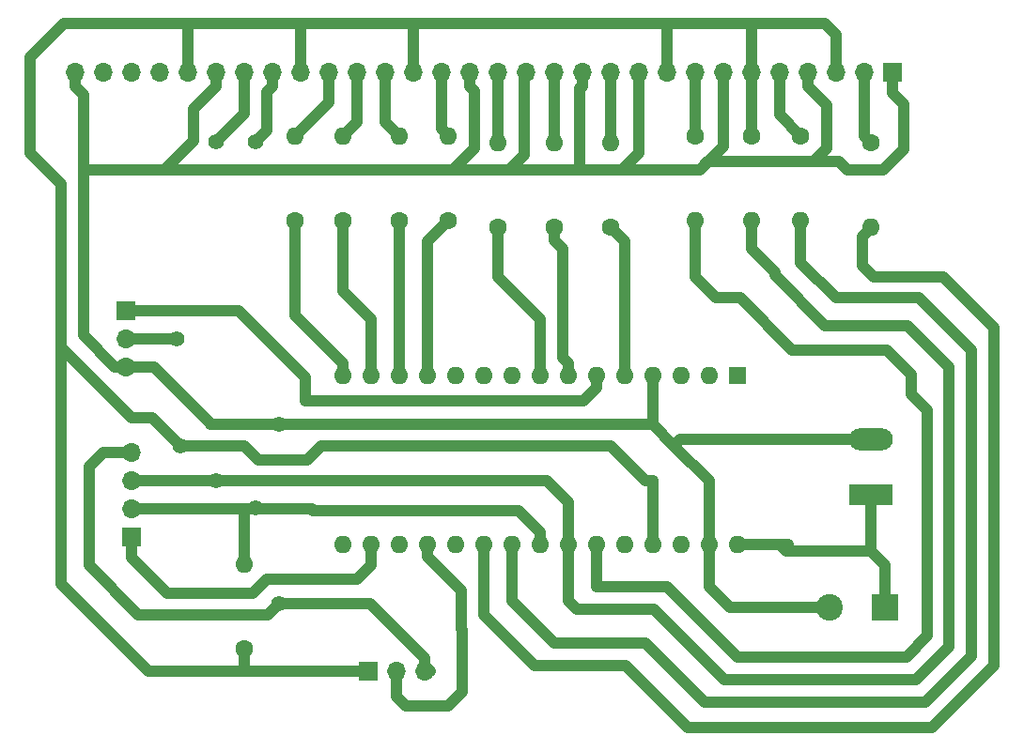
<source format=gbr>
G04 #@! TF.GenerationSoftware,KiCad,Pcbnew,(5.0.1)-3*
G04 #@! TF.CreationDate,2020-04-03T17:54:04+03:00*
G04 #@! TF.ProjectId,respirator-control,72657370697261746F722D636F6E7472,rev?*
G04 #@! TF.SameCoordinates,Original*
G04 #@! TF.FileFunction,Copper,L1,Top,Signal*
G04 #@! TF.FilePolarity,Positive*
%FSLAX46Y46*%
G04 Gerber Fmt 4.6, Leading zero omitted, Abs format (unit mm)*
G04 Created by KiCad (PCBNEW (5.0.1)-3) date 4/3/2020 5:54:04 PM*
%MOMM*%
%LPD*%
G01*
G04 APERTURE LIST*
G04 #@! TA.AperFunction,ComponentPad*
%ADD10R,3.960000X1.980000*%
G04 #@! TD*
G04 #@! TA.AperFunction,ComponentPad*
%ADD11O,3.960000X1.980000*%
G04 #@! TD*
G04 #@! TA.AperFunction,ComponentPad*
%ADD12R,1.600000X1.600000*%
G04 #@! TD*
G04 #@! TA.AperFunction,ComponentPad*
%ADD13O,1.600000X1.600000*%
G04 #@! TD*
G04 #@! TA.AperFunction,ComponentPad*
%ADD14R,2.400000X2.400000*%
G04 #@! TD*
G04 #@! TA.AperFunction,ComponentPad*
%ADD15C,2.400000*%
G04 #@! TD*
G04 #@! TA.AperFunction,ComponentPad*
%ADD16O,1.700000X1.700000*%
G04 #@! TD*
G04 #@! TA.AperFunction,ComponentPad*
%ADD17R,1.700000X1.700000*%
G04 #@! TD*
G04 #@! TA.AperFunction,ComponentPad*
%ADD18C,1.600000*%
G04 #@! TD*
G04 #@! TA.AperFunction,ViaPad*
%ADD19C,1.400000*%
G04 #@! TD*
G04 #@! TA.AperFunction,Conductor*
%ADD20C,1.016000*%
G04 #@! TD*
G04 APERTURE END LIST*
D10*
G04 #@! TO.P,J1,1*
G04 #@! TO.N,Net-(A1-Pad30)*
X140335000Y-100965000D03*
D11*
G04 #@! TO.P,J1,2*
G04 #@! TO.N,GND*
X140335000Y-95965000D03*
G04 #@! TD*
D12*
G04 #@! TO.P,A1,1*
G04 #@! TO.N,Net-(A1-Pad1)*
X128270000Y-90170000D03*
D13*
G04 #@! TO.P,A1,17*
G04 #@! TO.N,+3V3*
X95250000Y-105410000D03*
G04 #@! TO.P,A1,2*
G04 #@! TO.N,Net-(A1-Pad2)*
X125730000Y-90170000D03*
G04 #@! TO.P,A1,18*
G04 #@! TO.N,Net-(A1-Pad18)*
X97790000Y-105410000D03*
G04 #@! TO.P,A1,3*
G04 #@! TO.N,Net-(A1-Pad3)*
X123190000Y-90170000D03*
G04 #@! TO.P,A1,19*
G04 #@! TO.N,/MOTOR_FB*
X100330000Y-105410000D03*
G04 #@! TO.P,A1,4*
G04 #@! TO.N,GND*
X120650000Y-90170000D03*
G04 #@! TO.P,A1,20*
G04 #@! TO.N,/ISENSE*
X102870000Y-105410000D03*
G04 #@! TO.P,A1,5*
G04 #@! TO.N,Net-(A1-Pad5)*
X118110000Y-90170000D03*
G04 #@! TO.P,A1,21*
G04 #@! TO.N,Net-(A1-Pad21)*
X105410000Y-105410000D03*
G04 #@! TO.P,A1,6*
G04 #@! TO.N,/MOTOR_PWM*
X115570000Y-90170000D03*
G04 #@! TO.P,A1,22*
G04 #@! TO.N,Net-(A1-Pad22)*
X107950000Y-105410000D03*
G04 #@! TO.P,A1,7*
G04 #@! TO.N,Net-(A1-Pad7)*
X113030000Y-90170000D03*
G04 #@! TO.P,A1,23*
G04 #@! TO.N,/SDA*
X110490000Y-105410000D03*
G04 #@! TO.P,A1,8*
G04 #@! TO.N,Net-(A1-Pad8)*
X110490000Y-90170000D03*
G04 #@! TO.P,A1,24*
G04 #@! TO.N,/SCL*
X113030000Y-105410000D03*
G04 #@! TO.P,A1,9*
G04 #@! TO.N,Net-(A1-Pad9)*
X107950000Y-90170000D03*
G04 #@! TO.P,A1,25*
G04 #@! TO.N,Net-(A1-Pad25)*
X115570000Y-105410000D03*
G04 #@! TO.P,A1,10*
G04 #@! TO.N,Net-(A1-Pad10)*
X105410000Y-90170000D03*
G04 #@! TO.P,A1,26*
G04 #@! TO.N,Net-(A1-Pad26)*
X118110000Y-105410000D03*
G04 #@! TO.P,A1,11*
G04 #@! TO.N,Net-(A1-Pad11)*
X102870000Y-90170000D03*
G04 #@! TO.P,A1,27*
G04 #@! TO.N,+5V*
X120650000Y-105410000D03*
G04 #@! TO.P,A1,12*
G04 #@! TO.N,Net-(A1-Pad12)*
X100330000Y-90170000D03*
G04 #@! TO.P,A1,28*
G04 #@! TO.N,Net-(A1-Pad28)*
X123190000Y-105410000D03*
G04 #@! TO.P,A1,13*
G04 #@! TO.N,Net-(A1-Pad13)*
X97790000Y-90170000D03*
G04 #@! TO.P,A1,29*
G04 #@! TO.N,GND*
X125730000Y-105410000D03*
G04 #@! TO.P,A1,14*
G04 #@! TO.N,Net-(A1-Pad14)*
X95250000Y-90170000D03*
G04 #@! TO.P,A1,30*
G04 #@! TO.N,Net-(A1-Pad30)*
X128270000Y-105410000D03*
G04 #@! TO.P,A1,15*
G04 #@! TO.N,Net-(A1-Pad15)*
X92710000Y-90170000D03*
G04 #@! TO.P,A1,16*
G04 #@! TO.N,Net-(A1-Pad16)*
X92710000Y-105410000D03*
G04 #@! TD*
D14*
G04 #@! TO.P,C1,1*
G04 #@! TO.N,Net-(A1-Pad30)*
X141605000Y-111125000D03*
D15*
G04 #@! TO.P,C1,2*
G04 #@! TO.N,GND*
X136605000Y-111125000D03*
G04 #@! TD*
D16*
G04 #@! TO.P,J3,3*
G04 #@! TO.N,GND*
X100076000Y-116840000D03*
G04 #@! TO.P,J3,2*
G04 #@! TO.N,/MOTOR_FB*
X97536000Y-116840000D03*
D17*
G04 #@! TO.P,J3,1*
G04 #@! TO.N,+5V*
X94996000Y-116840000D03*
G04 #@! TD*
G04 #@! TO.P,J4,1*
G04 #@! TO.N,/MOTOR_PWM*
X73152000Y-84328000D03*
D16*
G04 #@! TO.P,J4,2*
G04 #@! TO.N,+5V*
X73152000Y-86868000D03*
G04 #@! TO.P,J4,3*
G04 #@! TO.N,GND*
X73152000Y-89408000D03*
G04 #@! TD*
D17*
G04 #@! TO.P,J5,1*
G04 #@! TO.N,+3V3*
X73660000Y-104775000D03*
D16*
G04 #@! TO.P,J5,2*
G04 #@! TO.N,/SDA*
X73660000Y-102235000D03*
G04 #@! TO.P,J5,3*
G04 #@! TO.N,/SCL*
X73660000Y-99695000D03*
G04 #@! TO.P,J5,4*
G04 #@! TO.N,GND*
X73660000Y-97155000D03*
G04 #@! TD*
D17*
G04 #@! TO.P,J6,1*
G04 #@! TO.N,GND*
X142240000Y-62865000D03*
D16*
G04 #@! TO.P,J6,2*
G04 #@! TO.N,/CT1*
X139700000Y-62865000D03*
G04 #@! TO.P,J6,3*
G04 #@! TO.N,+5V*
X137160000Y-62865000D03*
G04 #@! TO.P,J6,4*
G04 #@! TO.N,GND*
X134620000Y-62865000D03*
G04 #@! TO.P,J6,5*
G04 #@! TO.N,/CT2*
X132080000Y-62865000D03*
G04 #@! TO.P,J6,6*
G04 #@! TO.N,+5V*
X129540000Y-62865000D03*
G04 #@! TO.P,J6,7*
G04 #@! TO.N,GND*
X127000000Y-62865000D03*
G04 #@! TO.P,J6,8*
G04 #@! TO.N,/CT3*
X124460000Y-62865000D03*
G04 #@! TO.P,J6,9*
G04 #@! TO.N,+5V*
X121920000Y-62865000D03*
G04 #@! TO.P,J6,10*
G04 #@! TO.N,GND*
X119380000Y-62865000D03*
G04 #@! TO.P,J6,11*
G04 #@! TO.N,/SW1*
X116840000Y-62865000D03*
G04 #@! TO.P,J6,12*
G04 #@! TO.N,GND*
X114300000Y-62865000D03*
G04 #@! TO.P,J6,13*
G04 #@! TO.N,/SW2*
X111760000Y-62865000D03*
G04 #@! TO.P,J6,14*
G04 #@! TO.N,GND*
X109220000Y-62865000D03*
G04 #@! TO.P,J6,15*
G04 #@! TO.N,/SW3*
X106680000Y-62865000D03*
G04 #@! TO.P,J6,16*
G04 #@! TO.N,GND*
X104140000Y-62865000D03*
G04 #@! TO.P,J6,17*
G04 #@! TO.N,/LED1*
X101600000Y-62865000D03*
G04 #@! TO.P,J6,18*
G04 #@! TO.N,+5V*
X99060000Y-62865000D03*
G04 #@! TO.P,J6,19*
G04 #@! TO.N,/LED2_R*
X96520000Y-62865000D03*
G04 #@! TO.P,J6,20*
G04 #@! TO.N,/LED2_G*
X93980000Y-62865000D03*
G04 #@! TO.P,J6,21*
G04 #@! TO.N,/LED2_B*
X91440000Y-62865000D03*
G04 #@! TO.P,J6,22*
G04 #@! TO.N,+5V*
X88900000Y-62865000D03*
G04 #@! TO.P,J6,23*
G04 #@! TO.N,/SDA*
X86360000Y-62865000D03*
G04 #@! TO.P,J6,24*
G04 #@! TO.N,/SCL*
X83820000Y-62865000D03*
G04 #@! TO.P,J6,25*
G04 #@! TO.N,GND*
X81280000Y-62865000D03*
G04 #@! TO.P,J6,26*
G04 #@! TO.N,+5V*
X78740000Y-62865000D03*
G04 #@! TO.P,J6,27*
G04 #@! TO.N,Net-(J6-Pad27)*
X76200000Y-62865000D03*
G04 #@! TO.P,J6,28*
G04 #@! TO.N,Net-(J6-Pad28)*
X73660000Y-62865000D03*
G04 #@! TO.P,J6,29*
G04 #@! TO.N,Net-(J6-Pad29)*
X71120000Y-62865000D03*
G04 #@! TO.P,J6,30*
G04 #@! TO.N,GND*
X68580000Y-62865000D03*
G04 #@! TD*
D18*
G04 #@! TO.P,R1,1*
G04 #@! TO.N,+5V*
X83820000Y-114808000D03*
D13*
G04 #@! TO.P,R1,2*
G04 #@! TO.N,/SDA*
X83820000Y-107188000D03*
G04 #@! TD*
D18*
G04 #@! TO.P,R2,1*
G04 #@! TO.N,Net-(A1-Pad12)*
X102235000Y-76200000D03*
D13*
G04 #@! TO.P,R2,2*
G04 #@! TO.N,/LED1*
X102235000Y-68580000D03*
G04 #@! TD*
G04 #@! TO.P,R3,2*
G04 #@! TO.N,/LED2_R*
X97790000Y-68580000D03*
D18*
G04 #@! TO.P,R3,1*
G04 #@! TO.N,Net-(A1-Pad13)*
X97790000Y-76200000D03*
G04 #@! TD*
G04 #@! TO.P,R4,1*
G04 #@! TO.N,Net-(A1-Pad14)*
X92710000Y-76200000D03*
D13*
G04 #@! TO.P,R4,2*
G04 #@! TO.N,/LED2_G*
X92710000Y-68580000D03*
G04 #@! TD*
G04 #@! TO.P,R5,2*
G04 #@! TO.N,/LED2_B*
X88392000Y-68580000D03*
D18*
G04 #@! TO.P,R5,1*
G04 #@! TO.N,Net-(A1-Pad15)*
X88392000Y-76200000D03*
G04 #@! TD*
D13*
G04 #@! TO.P,R6,2*
G04 #@! TO.N,/SCL*
X129540000Y-76200000D03*
D18*
G04 #@! TO.P,R6,1*
G04 #@! TO.N,+5V*
X129540000Y-68580000D03*
G04 #@! TD*
G04 #@! TO.P,R7,1*
G04 #@! TO.N,Net-(A1-Pad5)*
X116840000Y-76835000D03*
D13*
G04 #@! TO.P,R7,2*
G04 #@! TO.N,/SW1*
X116840000Y-69215000D03*
G04 #@! TD*
D18*
G04 #@! TO.P,R9,1*
G04 #@! TO.N,Net-(A1-Pad7)*
X111760000Y-76835000D03*
D13*
G04 #@! TO.P,R9,2*
G04 #@! TO.N,/SW2*
X111760000Y-69215000D03*
G04 #@! TD*
G04 #@! TO.P,R10,2*
G04 #@! TO.N,/SW3*
X106680000Y-69215000D03*
D18*
G04 #@! TO.P,R10,1*
G04 #@! TO.N,Net-(A1-Pad8)*
X106680000Y-76835000D03*
G04 #@! TD*
G04 #@! TO.P,R11,1*
G04 #@! TO.N,/CT1*
X140335000Y-69215000D03*
D13*
G04 #@! TO.P,R11,2*
G04 #@! TO.N,Net-(A1-Pad21)*
X140335000Y-76835000D03*
G04 #@! TD*
G04 #@! TO.P,R12,2*
G04 #@! TO.N,Net-(A1-Pad22)*
X133985000Y-76200000D03*
D18*
G04 #@! TO.P,R12,1*
G04 #@! TO.N,/CT2*
X133985000Y-68580000D03*
G04 #@! TD*
G04 #@! TO.P,R15,1*
G04 #@! TO.N,/CT3*
X124460000Y-68580000D03*
D13*
G04 #@! TO.P,R15,2*
G04 #@! TO.N,Net-(A1-Pad25)*
X124460000Y-76200000D03*
G04 #@! TD*
D19*
G04 #@! TO.N,GND*
X86995000Y-94596000D03*
X86995000Y-110744000D03*
G04 #@! TO.N,+5V*
X77724000Y-86868000D03*
X78105000Y-96520000D03*
G04 #@! TO.N,/SDA*
X84836000Y-69088000D03*
X84836000Y-102108000D03*
G04 #@! TO.N,/SCL*
X81280000Y-69088000D03*
X81280000Y-99695000D03*
G04 #@! TD*
D20*
G04 #@! TO.N,/MOTOR_FB*
X100330000Y-106541370D02*
X100330000Y-105410000D01*
X103377990Y-109589360D02*
X100330000Y-106541370D01*
X97536000Y-116840000D02*
X97536000Y-119126000D01*
X97536000Y-119126000D02*
X98425000Y-120015000D01*
X103505000Y-113157010D02*
X103377990Y-113030000D01*
X103377990Y-113030000D02*
X103377990Y-109589360D01*
X102235000Y-120015000D02*
X103505000Y-118745000D01*
X103505000Y-118745000D02*
X103505000Y-113157010D01*
X98425000Y-120015000D02*
X102235000Y-120015000D01*
G04 #@! TO.N,GND*
X100330000Y-116586000D02*
X100584000Y-116840000D01*
X125730000Y-105410000D02*
X125730000Y-99695000D01*
X120650000Y-94615000D02*
X120650000Y-90170000D01*
X100076000Y-115637919D02*
X95182081Y-110744000D01*
X100076000Y-116840000D02*
X100076000Y-115637919D01*
X72178478Y-89408000D02*
X69342010Y-86571532D01*
X73152000Y-89408000D02*
X72178478Y-89408000D01*
X68580000Y-64067081D02*
X68580000Y-62865000D01*
X69342010Y-64829091D02*
X68580000Y-64067081D01*
X69342010Y-71628000D02*
X76591522Y-71628000D01*
X69342010Y-71628000D02*
X69342010Y-64829091D01*
X69342010Y-86571532D02*
X69342010Y-71628000D01*
X104140000Y-64067081D02*
X104140000Y-62865000D01*
X104559001Y-64486082D02*
X104140000Y-64067081D01*
X104559001Y-69695521D02*
X104559001Y-64486082D01*
X102626522Y-71628000D02*
X104559001Y-69695521D01*
X76591522Y-71628000D02*
X102626522Y-71628000D01*
X109054001Y-63030999D02*
X109220000Y-62865000D01*
X109054001Y-70280521D02*
X109054001Y-63030999D01*
X107706522Y-71628000D02*
X109054001Y-70280521D01*
X102626522Y-71628000D02*
X107706522Y-71628000D01*
X119380000Y-64067081D02*
X119380000Y-62865000D01*
X119380000Y-70114522D02*
X119380000Y-64067081D01*
X117866522Y-71628000D02*
X119380000Y-70114522D01*
X127000000Y-64067081D02*
X127000000Y-62865000D01*
X127000000Y-69479522D02*
X127000000Y-64067081D01*
X124851522Y-71628000D02*
X127000000Y-69479522D01*
X117348000Y-71628000D02*
X124851522Y-71628000D01*
X117348000Y-71628000D02*
X117866522Y-71628000D01*
X134620000Y-64067081D02*
X134620000Y-62865000D01*
X136309001Y-65756082D02*
X134620000Y-64067081D01*
X136309001Y-69695521D02*
X136309001Y-65756082D01*
X135100521Y-70904001D02*
X136309001Y-69695521D01*
X125575521Y-70904001D02*
X135100521Y-70904001D01*
X124851522Y-71628000D02*
X125575521Y-70904001D01*
X135100521Y-70904001D02*
X137452001Y-70904001D01*
X137452001Y-70904001D02*
X138176000Y-71628000D01*
X141361522Y-71628000D02*
X143256000Y-69733522D01*
X138176000Y-71628000D02*
X141361522Y-71628000D01*
X142240000Y-64731000D02*
X142240000Y-62865000D01*
X143256000Y-65747000D02*
X142240000Y-64731000D01*
X143256000Y-69733522D02*
X143256000Y-65747000D01*
X81280000Y-64067081D02*
X81280000Y-62865000D01*
X79248000Y-66099081D02*
X81280000Y-64067081D01*
X76591522Y-71628000D02*
X79248000Y-68971522D01*
X79248000Y-68971522D02*
X79248000Y-66099081D01*
X80772000Y-94615000D02*
X80772000Y-94488000D01*
X75692000Y-89408000D02*
X73152000Y-89408000D01*
X80772000Y-94488000D02*
X75692000Y-89408000D01*
X114084001Y-71335999D02*
X113792000Y-71628000D01*
X114084001Y-64283080D02*
X114084001Y-71335999D01*
X114300000Y-64067081D02*
X114084001Y-64283080D01*
X114300000Y-62865000D02*
X114300000Y-64067081D01*
X107706522Y-71628000D02*
X113792000Y-71628000D01*
X113792000Y-71628000D02*
X117348000Y-71628000D01*
X136605000Y-111125000D02*
X127635000Y-111125000D01*
X125730000Y-109220000D02*
X125730000Y-105410000D01*
X127635000Y-111125000D02*
X125730000Y-109220000D01*
X123110000Y-95965000D02*
X122555000Y-96520000D01*
X140335000Y-95965000D02*
X123110000Y-95965000D01*
X125730000Y-99695000D02*
X122555000Y-96520000D01*
X122555000Y-96520000D02*
X120650000Y-94615000D01*
X86995000Y-94615000D02*
X86995000Y-94596000D01*
X86995000Y-94615000D02*
X80772000Y-94615000D01*
X120650000Y-94615000D02*
X86995000Y-94615000D01*
X95182081Y-110744000D02*
X86995000Y-110744000D01*
X71120000Y-97155000D02*
X73660000Y-97155000D01*
X69850000Y-98425000D02*
X71120000Y-97155000D01*
X69850000Y-107315000D02*
X69850000Y-98425000D01*
X74295000Y-111760000D02*
X69850000Y-107315000D01*
X86995000Y-110744000D02*
X85979000Y-111760000D01*
X85979000Y-111760000D02*
X74295000Y-111760000D01*
G04 #@! TO.N,Net-(A1-Pad5)*
X118110000Y-78105000D02*
X116840000Y-76835000D01*
X118110000Y-90170000D02*
X118110000Y-78105000D01*
G04 #@! TO.N,/CT1*
X139700000Y-68580000D02*
X139700000Y-62865000D01*
X140335000Y-69215000D02*
X139700000Y-68580000D01*
G04 #@! TO.N,/MOTOR_PWM*
X115570000Y-90170000D02*
X115570000Y-91301370D01*
X114377369Y-92494001D02*
X89319001Y-92494001D01*
X115570000Y-91301370D02*
X114377369Y-92494001D01*
X89319001Y-92494001D02*
X89319001Y-90335001D01*
X83312000Y-84328000D02*
X73152000Y-84328000D01*
X89319001Y-90335001D02*
X83312000Y-84328000D01*
G04 #@! TO.N,/CT2*
X132080000Y-66675000D02*
X132080000Y-62865000D01*
X133985000Y-68580000D02*
X132080000Y-66675000D01*
G04 #@! TO.N,Net-(A1-Pad7)*
X111760000Y-77966370D02*
X111760000Y-76835000D01*
X112522010Y-78728380D02*
X111760000Y-77966370D01*
X112522010Y-88530640D02*
X112522010Y-78728380D01*
X113030000Y-89038630D02*
X112522010Y-88530640D01*
X113030000Y-90170000D02*
X113030000Y-89038630D01*
G04 #@! TO.N,Net-(A1-Pad8)*
X110490000Y-90170000D02*
X110490000Y-85090000D01*
X106680000Y-81280000D02*
X106680000Y-76835000D01*
X110490000Y-85090000D02*
X106680000Y-81280000D01*
G04 #@! TO.N,Net-(A1-Pad25)*
X124460000Y-81280000D02*
X124460000Y-76200000D01*
X126365000Y-83185000D02*
X124460000Y-81280000D01*
X141732000Y-87884000D02*
X133223000Y-87884000D01*
X143938304Y-90090304D02*
X141732000Y-87884000D01*
X128524000Y-83185000D02*
X126365000Y-83185000D01*
X133223000Y-87884000D02*
X128524000Y-83185000D01*
X143938304Y-90090304D02*
X143938304Y-91868304D01*
X143938304Y-91868304D02*
X145415000Y-93345000D01*
X145415000Y-93345000D02*
X145415000Y-113665000D01*
X145415000Y-113665000D02*
X143510000Y-115570000D01*
X143510000Y-115570000D02*
X128270000Y-115570000D01*
X121920000Y-109220000D02*
X115570000Y-109220000D01*
X128270000Y-115570000D02*
X121920000Y-109220000D01*
X115570000Y-105410000D02*
X115570000Y-109220000D01*
G04 #@! TO.N,+5V*
X120650000Y-105410000D02*
X120650000Y-99695000D01*
X120650000Y-99695000D02*
X120015000Y-99695000D01*
X120015000Y-99695000D02*
X116840000Y-96520000D01*
X67310000Y-108966000D02*
X67310000Y-87376000D01*
X75184000Y-116840000D02*
X67310000Y-108966000D01*
X137160000Y-59436000D02*
X137160000Y-62865000D01*
X67310000Y-72898000D02*
X64516000Y-70104000D01*
X67310000Y-87376000D02*
X67310000Y-72898000D01*
X64516000Y-70104000D02*
X64516000Y-61468000D01*
X64516000Y-61468000D02*
X67564000Y-58420000D01*
X136144000Y-58420000D02*
X137160000Y-59436000D01*
X129540000Y-62865000D02*
X129540000Y-58420000D01*
X129540000Y-58420000D02*
X136144000Y-58420000D01*
X121920000Y-62865000D02*
X121920000Y-58928000D01*
X121920000Y-58928000D02*
X121920000Y-58420000D01*
X121920000Y-58420000D02*
X129540000Y-58420000D01*
X88900000Y-61662919D02*
X88900000Y-58420000D01*
X88900000Y-62865000D02*
X88900000Y-61662919D01*
X78740000Y-62865000D02*
X78740000Y-58420000D01*
X67564000Y-58420000D02*
X78740000Y-58420000D01*
X78740000Y-58420000D02*
X88900000Y-58420000D01*
X99060000Y-61662919D02*
X99060000Y-58420000D01*
X99060000Y-62865000D02*
X99060000Y-61662919D01*
X88900000Y-58420000D02*
X99060000Y-58420000D01*
X99060000Y-58420000D02*
X121920000Y-58420000D01*
X129540000Y-68580000D02*
X129540000Y-62865000D01*
X83820000Y-114808000D02*
X83820000Y-116840000D01*
X94996000Y-116840000D02*
X83820000Y-116840000D01*
X83820000Y-116840000D02*
X75184000Y-116840000D01*
X73152000Y-86868000D02*
X77724000Y-86868000D01*
X83820000Y-96520000D02*
X85090000Y-97790000D01*
X83820000Y-96520000D02*
X78105000Y-96520000D01*
X85090000Y-97790000D02*
X89535000Y-97790000D01*
X89535000Y-97790000D02*
X90805000Y-96520000D01*
X116840000Y-96520000D02*
X90805000Y-96520000D01*
X67310000Y-87630000D02*
X67310000Y-87376000D01*
X73660000Y-93980000D02*
X67310000Y-87630000D01*
X78105000Y-96520000D02*
X75565000Y-93980000D01*
X75565000Y-93980000D02*
X73660000Y-93980000D01*
G04 #@! TO.N,Net-(A1-Pad12)*
X100330000Y-78105000D02*
X102235000Y-76200000D01*
X100330000Y-90170000D02*
X100330000Y-78105000D01*
G04 #@! TO.N,Net-(A1-Pad13)*
X97790000Y-89038630D02*
X97790000Y-76200000D01*
X97790000Y-90170000D02*
X97790000Y-89038630D01*
G04 #@! TO.N,Net-(A1-Pad14)*
X95250000Y-90170000D02*
X95250000Y-85090000D01*
X92710000Y-82550000D02*
X92710000Y-76200000D01*
X95250000Y-85090000D02*
X92710000Y-82550000D01*
G04 #@! TO.N,Net-(A1-Pad15)*
X88392000Y-77331370D02*
X88392000Y-76200000D01*
X88392000Y-84720630D02*
X88392000Y-77331370D01*
X92710000Y-89038630D02*
X88392000Y-84720630D01*
X92710000Y-90170000D02*
X92710000Y-89038630D01*
G04 #@! TO.N,Net-(A1-Pad21)*
X105410000Y-111760000D02*
X105410000Y-105410000D01*
X118237010Y-116332010D02*
X109982010Y-116332010D01*
X145781088Y-121920000D02*
X123825000Y-121920000D01*
X139535001Y-77634999D02*
X139535001Y-80264000D01*
X123825000Y-121920000D02*
X118237010Y-116332010D01*
X140335000Y-76835000D02*
X139535001Y-77634999D01*
X139535001Y-80264000D02*
X140551001Y-81280000D01*
X109982010Y-116332010D02*
X105410000Y-111760000D01*
X140551001Y-81280000D02*
X146812000Y-81280000D01*
X151384000Y-116317088D02*
X145781088Y-121920000D01*
X146812000Y-81280000D02*
X151384000Y-85852000D01*
X151384000Y-85852000D02*
X151384000Y-116317088D01*
G04 #@! TO.N,Net-(A1-Pad22)*
X107950000Y-110490000D02*
X107950000Y-105410000D01*
X111760000Y-114300000D02*
X107950000Y-110490000D01*
X137160000Y-83185000D02*
X133985000Y-80010000D01*
X144653000Y-83185000D02*
X137160000Y-83185000D01*
X111760000Y-114300000D02*
X120015000Y-114300000D01*
X120015000Y-114300000D02*
X125349019Y-119634019D01*
X133985000Y-80010000D02*
X133985000Y-76200000D01*
X125349019Y-119634019D02*
X145193374Y-119634018D01*
X145193374Y-119634018D02*
X149352010Y-115475382D01*
X149352010Y-115475382D02*
X149352010Y-87884010D01*
X149352010Y-87884010D02*
X144653000Y-83185000D01*
G04 #@! TO.N,/SDA*
X110490000Y-104278630D02*
X110490000Y-105410000D01*
X108585000Y-102373630D02*
X90031370Y-102373630D01*
X108585000Y-102373630D02*
X110490000Y-104278630D01*
X90031370Y-102373630D02*
X89892740Y-102235000D01*
X83820000Y-107188000D02*
X83820000Y-102235000D01*
X89892740Y-102235000D02*
X83820000Y-102235000D01*
X83820000Y-102235000D02*
X73660000Y-102235000D01*
X84836000Y-69088000D02*
X85852000Y-68072000D01*
X86360000Y-64067081D02*
X86360000Y-62865000D01*
X85852000Y-64575081D02*
X86360000Y-64067081D01*
X85852000Y-68072000D02*
X85852000Y-64575081D01*
G04 #@! TO.N,/SCL*
X74930000Y-99695000D02*
X73660000Y-99695000D01*
X113030000Y-105410000D02*
X113030000Y-101600000D01*
X113030000Y-101600000D02*
X111125000Y-99695000D01*
X113030000Y-110490000D02*
X113030000Y-105410000D01*
X113792010Y-111252010D02*
X113030000Y-110490000D01*
X83820000Y-62865000D02*
X83820000Y-66548000D01*
X83820000Y-66548000D02*
X81280000Y-69088000D01*
X111125000Y-99695000D02*
X81280000Y-99695000D01*
X81280000Y-99695000D02*
X74930000Y-99695000D01*
X129540000Y-78740000D02*
X129540000Y-76200000D01*
X131651686Y-81152990D02*
X131651686Y-80851686D01*
X143557304Y-85645304D02*
X136144000Y-85645304D01*
X136144000Y-85645304D02*
X131651686Y-81152990D01*
X120777010Y-111252010D02*
X127127010Y-117602010D01*
X131651686Y-80851686D02*
X129540000Y-78740000D01*
X113792010Y-111252010D02*
X120777010Y-111252010D01*
X127127010Y-117602010D02*
X144351687Y-117602009D01*
X144351687Y-117602009D02*
X147320000Y-114633696D01*
X147320000Y-114633696D02*
X147320000Y-89408000D01*
X147320000Y-89408000D02*
X143557304Y-85645304D01*
G04 #@! TO.N,Net-(A1-Pad30)*
X141605000Y-111125000D02*
X141605000Y-107315000D01*
X140335000Y-106045000D02*
X140335000Y-100965000D01*
X141605000Y-107315000D02*
X140335000Y-106045000D01*
X132715000Y-106045000D02*
X132080000Y-105410000D01*
X140335000Y-106045000D02*
X132715000Y-106045000D01*
X132842000Y-105410000D02*
X132080000Y-105410000D01*
X132080000Y-105410000D02*
X128270000Y-105410000D01*
G04 #@! TO.N,/CT3*
X124460000Y-68580000D02*
X124460000Y-62865000D01*
G04 #@! TO.N,/SW1*
X116840000Y-69215000D02*
X116840000Y-62865000D01*
G04 #@! TO.N,/SW2*
X111760000Y-69215000D02*
X111760000Y-62865000D01*
G04 #@! TO.N,/SW3*
X106680000Y-69215000D02*
X106680000Y-62865000D01*
G04 #@! TO.N,/LED1*
X101600000Y-67945000D02*
X101600000Y-62865000D01*
X102235000Y-68580000D02*
X101600000Y-67945000D01*
G04 #@! TO.N,/LED2_R*
X96520000Y-67310000D02*
X96520000Y-62865000D01*
X97790000Y-68580000D02*
X96520000Y-67310000D01*
G04 #@! TO.N,/LED2_G*
X93980000Y-67310000D02*
X93980000Y-62865000D01*
X92710000Y-68580000D02*
X93980000Y-67310000D01*
G04 #@! TO.N,/LED2_B*
X91440000Y-65532000D02*
X91440000Y-62865000D01*
X88392000Y-68580000D02*
X91440000Y-65532000D01*
G04 #@! TO.N,+3V3*
X73660000Y-106641000D02*
X76874000Y-109855000D01*
X73660000Y-104775000D02*
X73660000Y-106641000D01*
X84592478Y-109855000D02*
X85862478Y-108585000D01*
X76874000Y-109855000D02*
X84592478Y-109855000D01*
X85862478Y-108585000D02*
X93980000Y-108585000D01*
X95250000Y-107315000D02*
X95250000Y-105410000D01*
X93980000Y-108585000D02*
X95250000Y-107315000D01*
G04 #@! TD*
M02*

</source>
